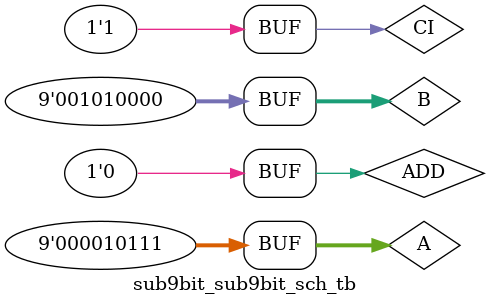
<source format=v>

`timescale 1ns / 1ps

module sub9bit_sub9bit_sch_tb();

// Inputs
   reg [8:0] A;
   reg [8:0] B;
   reg CI;
   reg ADD;

// Output
   wire [8:0] S;
   wire OFL;
   wire CO;

// Bidirs

// Instantiate the UUT
   sub9bit UUT (
		.A(A), 
		.S(S), 
		.B(B), 
		.OFL(OFL), 
		.CO(CO), 
		.CI(CI), 
		.ADD(ADD)
   );
// Initialize Inputs
       initial begin
		A = 0;
		B = 0;
		CI = 1;
		ADD = 0;
		#10 A=23;
		B=80;
   end
endmodule

</source>
